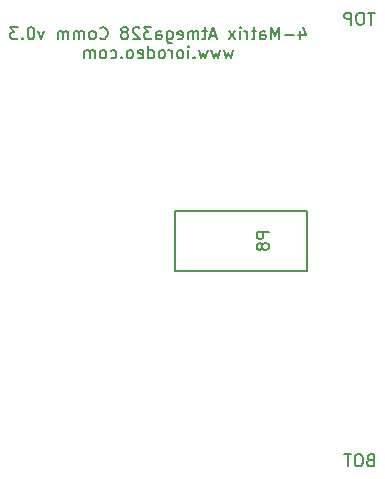
<source format=gbo>
G04 (created by PCBNEW (2013-jul-07)-stable) date Tue 07 Apr 2015 07:13:19 PM PDT*
%MOIN*%
G04 Gerber Fmt 3.4, Leading zero omitted, Abs format*
%FSLAX34Y34*%
G01*
G70*
G90*
G04 APERTURE LIST*
%ADD10C,0.00590551*%
%ADD11C,0.008*%
G04 APERTURE END LIST*
G54D10*
G54D11*
X32213Y-20575D02*
X32213Y-20841D01*
X32308Y-20422D02*
X32403Y-20708D01*
X32156Y-20708D01*
X32003Y-20689D02*
X31699Y-20689D01*
X31508Y-20841D02*
X31508Y-20441D01*
X31375Y-20727D01*
X31241Y-20441D01*
X31241Y-20841D01*
X30879Y-20841D02*
X30879Y-20632D01*
X30899Y-20594D01*
X30937Y-20575D01*
X31013Y-20575D01*
X31051Y-20594D01*
X30879Y-20822D02*
X30918Y-20841D01*
X31013Y-20841D01*
X31051Y-20822D01*
X31070Y-20784D01*
X31070Y-20746D01*
X31051Y-20708D01*
X31013Y-20689D01*
X30918Y-20689D01*
X30879Y-20670D01*
X30746Y-20575D02*
X30594Y-20575D01*
X30689Y-20441D02*
X30689Y-20784D01*
X30670Y-20822D01*
X30632Y-20841D01*
X30594Y-20841D01*
X30460Y-20841D02*
X30460Y-20575D01*
X30460Y-20651D02*
X30441Y-20613D01*
X30422Y-20594D01*
X30384Y-20575D01*
X30346Y-20575D01*
X30213Y-20841D02*
X30213Y-20575D01*
X30213Y-20441D02*
X30232Y-20460D01*
X30213Y-20480D01*
X30194Y-20460D01*
X30213Y-20441D01*
X30213Y-20480D01*
X30060Y-20841D02*
X29851Y-20575D01*
X30060Y-20575D02*
X29851Y-20841D01*
X29413Y-20727D02*
X29222Y-20727D01*
X29451Y-20841D02*
X29318Y-20441D01*
X29184Y-20841D01*
X29108Y-20575D02*
X28956Y-20575D01*
X29051Y-20441D02*
X29051Y-20784D01*
X29032Y-20822D01*
X28994Y-20841D01*
X28956Y-20841D01*
X28822Y-20841D02*
X28822Y-20575D01*
X28822Y-20613D02*
X28803Y-20594D01*
X28765Y-20575D01*
X28708Y-20575D01*
X28670Y-20594D01*
X28651Y-20632D01*
X28651Y-20841D01*
X28651Y-20632D02*
X28632Y-20594D01*
X28594Y-20575D01*
X28537Y-20575D01*
X28499Y-20594D01*
X28480Y-20632D01*
X28480Y-20841D01*
X28137Y-20822D02*
X28175Y-20841D01*
X28251Y-20841D01*
X28289Y-20822D01*
X28308Y-20784D01*
X28308Y-20632D01*
X28289Y-20594D01*
X28251Y-20575D01*
X28175Y-20575D01*
X28137Y-20594D01*
X28118Y-20632D01*
X28118Y-20670D01*
X28308Y-20708D01*
X27775Y-20575D02*
X27775Y-20899D01*
X27794Y-20937D01*
X27813Y-20956D01*
X27851Y-20975D01*
X27908Y-20975D01*
X27946Y-20956D01*
X27775Y-20822D02*
X27813Y-20841D01*
X27889Y-20841D01*
X27927Y-20822D01*
X27946Y-20803D01*
X27965Y-20765D01*
X27965Y-20651D01*
X27946Y-20613D01*
X27927Y-20594D01*
X27889Y-20575D01*
X27813Y-20575D01*
X27775Y-20594D01*
X27413Y-20841D02*
X27413Y-20632D01*
X27432Y-20594D01*
X27470Y-20575D01*
X27546Y-20575D01*
X27584Y-20594D01*
X27413Y-20822D02*
X27451Y-20841D01*
X27546Y-20841D01*
X27584Y-20822D01*
X27603Y-20784D01*
X27603Y-20746D01*
X27584Y-20708D01*
X27546Y-20689D01*
X27451Y-20689D01*
X27413Y-20670D01*
X27260Y-20441D02*
X27013Y-20441D01*
X27146Y-20594D01*
X27089Y-20594D01*
X27051Y-20613D01*
X27032Y-20632D01*
X27013Y-20670D01*
X27013Y-20765D01*
X27032Y-20803D01*
X27051Y-20822D01*
X27089Y-20841D01*
X27203Y-20841D01*
X27241Y-20822D01*
X27260Y-20803D01*
X26860Y-20480D02*
X26841Y-20460D01*
X26803Y-20441D01*
X26708Y-20441D01*
X26670Y-20460D01*
X26651Y-20480D01*
X26632Y-20518D01*
X26632Y-20556D01*
X26651Y-20613D01*
X26880Y-20841D01*
X26632Y-20841D01*
X26403Y-20613D02*
X26441Y-20594D01*
X26460Y-20575D01*
X26480Y-20537D01*
X26480Y-20518D01*
X26460Y-20480D01*
X26441Y-20460D01*
X26403Y-20441D01*
X26327Y-20441D01*
X26289Y-20460D01*
X26270Y-20480D01*
X26251Y-20518D01*
X26251Y-20537D01*
X26270Y-20575D01*
X26289Y-20594D01*
X26327Y-20613D01*
X26403Y-20613D01*
X26441Y-20632D01*
X26460Y-20651D01*
X26480Y-20689D01*
X26480Y-20765D01*
X26460Y-20803D01*
X26441Y-20822D01*
X26403Y-20841D01*
X26327Y-20841D01*
X26289Y-20822D01*
X26270Y-20803D01*
X26251Y-20765D01*
X26251Y-20689D01*
X26270Y-20651D01*
X26289Y-20632D01*
X26327Y-20613D01*
X25546Y-20803D02*
X25565Y-20822D01*
X25622Y-20841D01*
X25660Y-20841D01*
X25718Y-20822D01*
X25756Y-20784D01*
X25775Y-20746D01*
X25794Y-20670D01*
X25794Y-20613D01*
X25775Y-20537D01*
X25756Y-20499D01*
X25718Y-20460D01*
X25660Y-20441D01*
X25622Y-20441D01*
X25565Y-20460D01*
X25546Y-20480D01*
X25318Y-20841D02*
X25356Y-20822D01*
X25375Y-20803D01*
X25394Y-20765D01*
X25394Y-20651D01*
X25375Y-20613D01*
X25356Y-20594D01*
X25318Y-20575D01*
X25260Y-20575D01*
X25222Y-20594D01*
X25203Y-20613D01*
X25184Y-20651D01*
X25184Y-20765D01*
X25203Y-20803D01*
X25222Y-20822D01*
X25260Y-20841D01*
X25318Y-20841D01*
X25013Y-20841D02*
X25013Y-20575D01*
X25013Y-20613D02*
X24994Y-20594D01*
X24956Y-20575D01*
X24899Y-20575D01*
X24860Y-20594D01*
X24841Y-20632D01*
X24841Y-20841D01*
X24841Y-20632D02*
X24822Y-20594D01*
X24784Y-20575D01*
X24727Y-20575D01*
X24689Y-20594D01*
X24670Y-20632D01*
X24670Y-20841D01*
X24480Y-20841D02*
X24480Y-20575D01*
X24480Y-20613D02*
X24460Y-20594D01*
X24422Y-20575D01*
X24365Y-20575D01*
X24327Y-20594D01*
X24308Y-20632D01*
X24308Y-20841D01*
X24308Y-20632D02*
X24289Y-20594D01*
X24251Y-20575D01*
X24194Y-20575D01*
X24156Y-20594D01*
X24137Y-20632D01*
X24137Y-20841D01*
X23680Y-20575D02*
X23584Y-20841D01*
X23489Y-20575D01*
X23260Y-20441D02*
X23222Y-20441D01*
X23184Y-20460D01*
X23165Y-20480D01*
X23146Y-20518D01*
X23127Y-20594D01*
X23127Y-20689D01*
X23146Y-20765D01*
X23165Y-20803D01*
X23184Y-20822D01*
X23222Y-20841D01*
X23260Y-20841D01*
X23299Y-20822D01*
X23318Y-20803D01*
X23337Y-20765D01*
X23356Y-20689D01*
X23356Y-20594D01*
X23337Y-20518D01*
X23318Y-20480D01*
X23299Y-20460D01*
X23260Y-20441D01*
X22956Y-20803D02*
X22937Y-20822D01*
X22956Y-20841D01*
X22975Y-20822D01*
X22956Y-20803D01*
X22956Y-20841D01*
X22803Y-20441D02*
X22556Y-20441D01*
X22689Y-20594D01*
X22632Y-20594D01*
X22594Y-20613D01*
X22575Y-20632D01*
X22556Y-20670D01*
X22556Y-20765D01*
X22575Y-20803D01*
X22594Y-20822D01*
X22632Y-20841D01*
X22746Y-20841D01*
X22784Y-20822D01*
X22803Y-20803D01*
X29975Y-21215D02*
X29899Y-21481D01*
X29822Y-21291D01*
X29746Y-21481D01*
X29670Y-21215D01*
X29556Y-21215D02*
X29480Y-21481D01*
X29403Y-21291D01*
X29327Y-21481D01*
X29251Y-21215D01*
X29137Y-21215D02*
X29060Y-21481D01*
X28984Y-21291D01*
X28908Y-21481D01*
X28832Y-21215D01*
X28680Y-21443D02*
X28660Y-21462D01*
X28680Y-21481D01*
X28699Y-21462D01*
X28680Y-21443D01*
X28680Y-21481D01*
X28489Y-21481D02*
X28489Y-21215D01*
X28489Y-21081D02*
X28508Y-21100D01*
X28489Y-21120D01*
X28470Y-21100D01*
X28489Y-21081D01*
X28489Y-21120D01*
X28241Y-21481D02*
X28279Y-21462D01*
X28299Y-21443D01*
X28318Y-21405D01*
X28318Y-21291D01*
X28299Y-21253D01*
X28279Y-21234D01*
X28241Y-21215D01*
X28184Y-21215D01*
X28146Y-21234D01*
X28127Y-21253D01*
X28108Y-21291D01*
X28108Y-21405D01*
X28127Y-21443D01*
X28146Y-21462D01*
X28184Y-21481D01*
X28241Y-21481D01*
X27937Y-21481D02*
X27937Y-21215D01*
X27937Y-21291D02*
X27918Y-21253D01*
X27899Y-21234D01*
X27860Y-21215D01*
X27822Y-21215D01*
X27632Y-21481D02*
X27670Y-21462D01*
X27689Y-21443D01*
X27708Y-21405D01*
X27708Y-21291D01*
X27689Y-21253D01*
X27670Y-21234D01*
X27632Y-21215D01*
X27575Y-21215D01*
X27537Y-21234D01*
X27518Y-21253D01*
X27499Y-21291D01*
X27499Y-21405D01*
X27518Y-21443D01*
X27537Y-21462D01*
X27575Y-21481D01*
X27632Y-21481D01*
X27156Y-21481D02*
X27156Y-21081D01*
X27156Y-21462D02*
X27194Y-21481D01*
X27270Y-21481D01*
X27308Y-21462D01*
X27327Y-21443D01*
X27346Y-21405D01*
X27346Y-21291D01*
X27327Y-21253D01*
X27308Y-21234D01*
X27270Y-21215D01*
X27194Y-21215D01*
X27156Y-21234D01*
X26813Y-21462D02*
X26851Y-21481D01*
X26927Y-21481D01*
X26965Y-21462D01*
X26984Y-21424D01*
X26984Y-21272D01*
X26965Y-21234D01*
X26927Y-21215D01*
X26851Y-21215D01*
X26813Y-21234D01*
X26794Y-21272D01*
X26794Y-21310D01*
X26984Y-21348D01*
X26565Y-21481D02*
X26603Y-21462D01*
X26622Y-21443D01*
X26641Y-21405D01*
X26641Y-21291D01*
X26622Y-21253D01*
X26603Y-21234D01*
X26565Y-21215D01*
X26508Y-21215D01*
X26470Y-21234D01*
X26451Y-21253D01*
X26432Y-21291D01*
X26432Y-21405D01*
X26451Y-21443D01*
X26470Y-21462D01*
X26508Y-21481D01*
X26565Y-21481D01*
X26260Y-21443D02*
X26241Y-21462D01*
X26260Y-21481D01*
X26280Y-21462D01*
X26260Y-21443D01*
X26260Y-21481D01*
X25899Y-21462D02*
X25937Y-21481D01*
X26013Y-21481D01*
X26051Y-21462D01*
X26070Y-21443D01*
X26089Y-21405D01*
X26089Y-21291D01*
X26070Y-21253D01*
X26051Y-21234D01*
X26013Y-21215D01*
X25937Y-21215D01*
X25899Y-21234D01*
X25670Y-21481D02*
X25708Y-21462D01*
X25727Y-21443D01*
X25746Y-21405D01*
X25746Y-21291D01*
X25727Y-21253D01*
X25708Y-21234D01*
X25670Y-21215D01*
X25613Y-21215D01*
X25575Y-21234D01*
X25556Y-21253D01*
X25537Y-21291D01*
X25537Y-21405D01*
X25556Y-21443D01*
X25575Y-21462D01*
X25613Y-21481D01*
X25670Y-21481D01*
X25365Y-21481D02*
X25365Y-21215D01*
X25365Y-21253D02*
X25346Y-21234D01*
X25308Y-21215D01*
X25251Y-21215D01*
X25213Y-21234D01*
X25194Y-21272D01*
X25194Y-21481D01*
X25194Y-21272D02*
X25175Y-21234D01*
X25137Y-21215D01*
X25080Y-21215D01*
X25041Y-21234D01*
X25022Y-21272D01*
X25022Y-21481D01*
X34545Y-34873D02*
X34488Y-34892D01*
X34469Y-34911D01*
X34450Y-34949D01*
X34450Y-35006D01*
X34469Y-35045D01*
X34488Y-35064D01*
X34526Y-35083D01*
X34679Y-35083D01*
X34679Y-34683D01*
X34545Y-34683D01*
X34507Y-34702D01*
X34488Y-34721D01*
X34469Y-34759D01*
X34469Y-34797D01*
X34488Y-34835D01*
X34507Y-34854D01*
X34545Y-34873D01*
X34679Y-34873D01*
X34203Y-34683D02*
X34126Y-34683D01*
X34088Y-34702D01*
X34050Y-34740D01*
X34031Y-34816D01*
X34031Y-34949D01*
X34050Y-35026D01*
X34088Y-35064D01*
X34126Y-35083D01*
X34203Y-35083D01*
X34241Y-35064D01*
X34279Y-35026D01*
X34298Y-34949D01*
X34298Y-34816D01*
X34279Y-34740D01*
X34241Y-34702D01*
X34203Y-34683D01*
X33917Y-34683D02*
X33688Y-34683D01*
X33803Y-35083D02*
X33803Y-34683D01*
X34697Y-19958D02*
X34468Y-19958D01*
X34582Y-20358D02*
X34582Y-19958D01*
X34258Y-19958D02*
X34182Y-19958D01*
X34144Y-19977D01*
X34106Y-20015D01*
X34087Y-20092D01*
X34087Y-20225D01*
X34106Y-20301D01*
X34144Y-20339D01*
X34182Y-20358D01*
X34258Y-20358D01*
X34297Y-20339D01*
X34335Y-20301D01*
X34354Y-20225D01*
X34354Y-20092D01*
X34335Y-20015D01*
X34297Y-19977D01*
X34258Y-19958D01*
X33916Y-20358D02*
X33916Y-19958D01*
X33763Y-19958D01*
X33725Y-19977D01*
X33706Y-19996D01*
X33687Y-20034D01*
X33687Y-20092D01*
X33706Y-20130D01*
X33725Y-20149D01*
X33763Y-20168D01*
X33916Y-20168D01*
G54D10*
X32457Y-26559D02*
X32457Y-28559D01*
X32457Y-28559D02*
X28057Y-28559D01*
X28057Y-28559D02*
X28057Y-26559D01*
X28057Y-26559D02*
X32457Y-26559D01*
X31167Y-27268D02*
X30773Y-27268D01*
X30773Y-27418D01*
X30792Y-27455D01*
X30811Y-27474D01*
X30848Y-27493D01*
X30904Y-27493D01*
X30942Y-27474D01*
X30961Y-27455D01*
X30979Y-27418D01*
X30979Y-27268D01*
X30942Y-27718D02*
X30923Y-27680D01*
X30904Y-27662D01*
X30867Y-27643D01*
X30848Y-27643D01*
X30811Y-27662D01*
X30792Y-27680D01*
X30773Y-27718D01*
X30773Y-27793D01*
X30792Y-27830D01*
X30811Y-27849D01*
X30848Y-27868D01*
X30867Y-27868D01*
X30904Y-27849D01*
X30923Y-27830D01*
X30942Y-27793D01*
X30942Y-27718D01*
X30961Y-27680D01*
X30979Y-27662D01*
X31017Y-27643D01*
X31092Y-27643D01*
X31129Y-27662D01*
X31148Y-27680D01*
X31167Y-27718D01*
X31167Y-27793D01*
X31148Y-27830D01*
X31129Y-27849D01*
X31092Y-27868D01*
X31017Y-27868D01*
X30979Y-27849D01*
X30961Y-27830D01*
X30942Y-27793D01*
M02*

</source>
